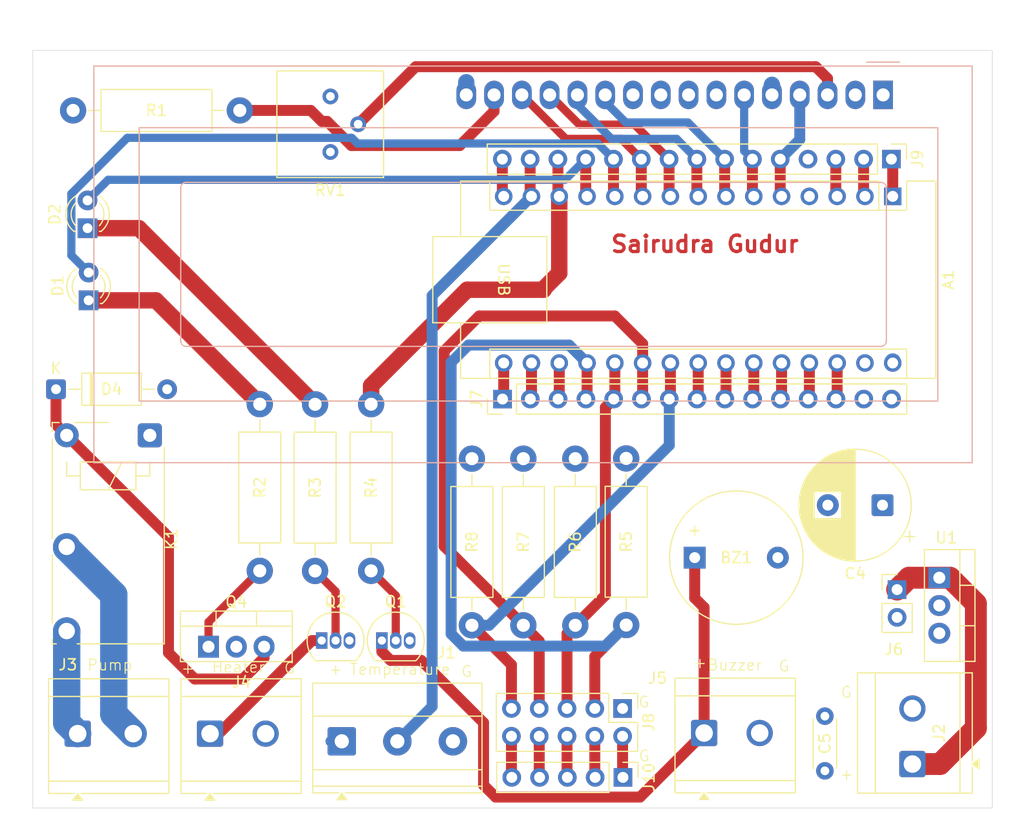
<source format=kicad_pcb>
(kicad_pcb (version 20241229) (generator "pcbnew") (generator_version "9.0")
  (layers (0 "F.Cu" signal) (4 "In1.Cu" signal) (6 "In2.Cu" signal) (2 "B.Cu" signal) (13 "F.Paste" user) (15 "B.Paste" user) (5 "F.SilkS" user "F.Silkscreen") (7 "B.SilkS" user "B.Silkscreen") (1 "F.Mask" user) (3 "B.Mask" user) (25 "Edge.Cuts" user))
  (net 0 "")
  (net 1 "D9")
  (net 2 "GND")
  (net 3 "A4")
  (net 4 "A6")
  (net 5 "A3")
  (net 6 "2")
  (net 7 "28")
  (net 8 "D6")
  (net 9 "D7")
  (net 10 "3V3")
  (net 11 "D5")
  (net 12 "D8")
  (net 13 "A0")
  (net 14 "D11")
  (net 15 "RS")
  (net 16 "A1")
  (net 17 "A2")
  (net 18 "A7")
  (net 19 "D4")
  (net 20 "D10")
  (net 21 "A5")
  (net 22 "+5Vo")
  (net 23 "EN")
  (net 24 "5V")
  (net 25 "16")
  (net 26 "3")
  (net 27 "1")
  (net 28 "15")
  (net 29 "18")
  (net 30 "Net-(BZ1-+)")
  (net 31 "Net-(D1-K)")
  (net 32 "Net-(D2-K)")
  (net 37 "Net-(DS2-VO)")
  (net 38 "Net-(DS2-LED(+))")
  (net 39 "Vinput")
  (net 40 "Net-(J3-Pin_2)")
  (net 41 "Net-(J3-Pin_1)")
  (net 42 "Net-(J4-Pin_1)")
  (net 43 "Net-(Q1-B)")
  (net 44 "Net-(Q2-B)")
  (net 45 "Net-(D4-K)")
  (net 46 "Net-(J10-Pin_5)")
  (net 47 "Net-(J10-Pin_3)")
  (net 48 "Net-(J10-Pin_2)")
  (net 49 "Net-(J10-Pin_1)")
  (net 50 "Net-(J10-Pin_4)")
  (net 51 "Net-(Q4-B)")
  (footprint "Connector_PinHeader_2.54mm:PinHeader_1x15_P2.54mm_Vertical" (layer "F.Cu") (at 123.377688 90.952848 -90)
    (property "Reference" "J9" (at 0 -2.38 90) (layer "F.SilkS"))
    (property "Value" "Conn_01x15_Pin")
    (pad "1" thru_hole rect (at 0 0 270) (size 1.7 1.7) (drill 1) (layers "*.Cu" "*.Mask") (net 27 "1"))
    (pad "2" thru_hole circle (at 0 2.54 270) (size 1.7 1.7) (drill 1) (layers "*.Cu" "*.Mask") (net 6 "2"))
    (pad "3" thru_hole circle (at 0 5.08 270) (size 1.7 1.7) (drill 1) (layers "*.Cu" "*.Mask") (net 26 "3"))
    (pad "4" thru_hole circle (at 0 7.62 270) (size 1.7 1.7) (drill 1) (layers "*.Cu" "*.Mask") (net 2 "GND"))
    (pad "5" thru_hole circle (at 0 10.16 270) (size 1.7 1.7) (drill 1) (layers "*.Cu" "*.Mask") (net 15 "RS"))
    (pad "6" thru_hole circle (at 0 12.7 270) (size 1.7 1.7) (drill 1) (layers "*.Cu" "*.Mask") (net 23 "EN"))
    (pad "7" thru_hole circle (at 0 15.24 270) (size 1.7 1.7) (drill 1) (layers "*.Cu" "*.Mask") (net 19 "D4"))
    (pad "8" thru_hole circle (at 0 17.78 270) (size 1.7 1.7) (drill 1) (layers "*.Cu" "*.Mask") (net 11 "D5"))
    (pad "9" thru_hole circle (at 0 20.32 270) (size 1.7 1.7) (drill 1) (layers "*.Cu" "*.Mask") (net 8 "D6"))
    (pad "10" thru_hole circle (at 0 22.86 270) (size 1.7 1.7) (drill 1) (layers "*.Cu" "*.Mask") (net 9 "D7"))
    (pad "11" thru_hole circle (at 0 25.4 270) (size 1.7 1.7) (drill 1) (layers "*.Cu" "*.Mask") (net 12 "D8"))
    (pad "12" thru_hole circle (at 0 27.94 270) (size 1.7 1.7) (drill 1) (layers "*.Cu" "*.Mask") (net 1 "D9"))
    (pad "13" thru_hole circle (at 0 30.48 270) (size 1.7 1.7) (drill 1) (layers "*.Cu" "*.Mask") (net 20 "D10"))
    (pad "14" thru_hole circle (at 0 33.02 270) (size 1.7 1.7) (drill 1) (layers "*.Cu" "*.Mask") (net 14 "D11"))
    (pad "15" thru_hole circle (at 0 35.56 270) (size 1.7 1.7) (drill 1) (layers "*.Cu" "*.Mask") (net 28 "15"))
  )
  (footprint "LED_THT:LED_D3.0mm_Clear" (layer "F.Cu") (at 50 103.87 90)
    (property "Reference" "D1" (at 1.34 -2.83 90) (layer "F.SilkS"))
    (property "Value" "LED" (hide yes))
    (pad "1" thru_hole rect (at 0 0 90) (size 1.8 1.8) (drill 0.9) (layers "*.Cu" "*.Mask") (net 31 "Net-(D1-K)"))
    (pad "2" thru_hole circle (at 2.54 0 90) (size 1.8 1.8) (drill 0.9) (layers "*.Cu" "*.Mask") (net 12 "D8"))
  )
  (footprint "Connector_PinHeader_2.54mm:PinHeader_1x02_P2.54mm_Vertical" (layer "F.Cu") (at 123.9 130.325)
    (property "Reference" "J6" (at -0.3 5.475 0) (layer "F.SilkS"))
    (property "Value" "5vin_Pin" (hide yes))
    (pad "1" thru_hole rect (at 0 0) (size 1.7 1.7) (drill 1) (layers "*.Cu" "*.Mask") (net 39 "Vinput"))
    (pad "2" thru_hole circle (at 0 2.54) (size 1.7 1.7) (drill 1) (layers "*.Cu" "*.Mask") (net 24 "5V"))
  )
  (footprint "Resistor_THT:R_Axial_DIN0411_L9.9mm_D3.6mm_P15.24mm_Horizontal" (layer "F.Cu") (at 63.82 86.5 180)
    (property "Reference" "R1" (at 7.62 0 0) (layer "F.SilkS"))
    (property "Value" "1000" (hide yes))
    (pad "1" thru_hole circle (at 0 0 180) (size 2.4 2.4) (drill 1.2) (layers "*.Cu" "*.Mask") (net 38 "Net-(DS2-LED(+))"))
    (pad "2" thru_hole circle (at 15.24 0 180) (size 2.4 2.4) (drill 1.2) (layers "*.Cu" "*.Mask") (net 24 "5V"))
  )
  (footprint "TerminalBlock_CUI:TerminalBlock_CUI_TB007-508-02_1x02_P5.08mm_Horizontal" (layer "F.Cu") (at 49 143.5)
    (property "Reference" "J3" (at -0.9 -6.3 0) (layer "F.SilkS"))
    (property "Value" "PUMP_01x02" (hide yes))
    (pad "1" thru_hole roundrect (at 0 0) (size 2.4 2.4) (drill 1.6) (layers "*.Cu" "*.Mask") (roundrect_rratio 0.104167) (net 41 "Net-(J3-Pin_1)"))
    (pad "2" thru_hole circle (at 5.08 0) (size 2.4 2.4) (drill 1.6) (layers "*.Cu" "*.Mask") (net 40 "Net-(J3-Pin_2)"))
  )
  (footprint "Resistor_THT:R_Axial_DIN0411_L9.9mm_D3.6mm_P15.24mm_Horizontal" (layer "F.Cu") (at 85.036431 118.348634 -90)
    (property "Reference" "R8" (at 7.62 0 90) (layer "F.SilkS"))
    (property "Value" "10K" (hide yes))
    (pad "1" thru_hole circle (at 0 0 270) (size 2.4 2.4) (drill 1.2) (layers "*.Cu" "*.Mask") (net 24 "5V"))
    (pad "2" thru_hole circle (at 15.24 0 270) (size 2.4 2.4) (drill 1.2) (layers "*.Cu" "*.Mask") (net 5 "A3"))
  )
  (footprint "Resistor_THT:R_Axial_DIN0411_L9.9mm_D3.6mm_P15.24mm_Horizontal" (layer "F.Cu") (at 65.644211 113.36536 -90)
    (property "Reference" "R2" (at 7.62 0 90) (layer "F.SilkS"))
    (property "Value" "220" (hide yes))
    (pad "1" thru_hole circle (at 0 0 270) (size 2.4 2.4) (drill 1.2) (layers "*.Cu" "*.Mask") (net 31 "Net-(D1-K)"))
    (pad "2" thru_hole circle (at 15.24 0 270) (size 2.4 2.4) (drill 1.2) (layers "*.Cu" "*.Mask") (net 51 "Net-(Q4-B)"))
  )
  (footprint "Resistor_THT:R_Axial_DIN0411_L9.9mm_D3.6mm_P15.24mm_Horizontal" (layer "F.Cu") (at 94.486431 118.348634 -90)
    (property "Reference" "R6" (at 7.62 0 90) (layer "F.SilkS"))
    (property "Value" "10K" (hide yes))
    (pad "1" thru_hole circle (at 0 0 270) (size 2.4 2.4) (drill 1.2) (layers "*.Cu" "*.Mask") (net 24 "5V"))
    (pad "2" thru_hole circle (at 15.24 0 270) (size 2.4 2.4) (drill 1.2) (layers "*.Cu" "*.Mask") (net 16 "A1"))
  )
  (footprint "Resistor_THT:R_Axial_DIN0411_L9.9mm_D3.6mm_P15.24mm_Horizontal" (layer "F.Cu") (at 75.821184 113.369845 -90)
    (property "Reference" "R4" (at 7.62 0 90) (layer "F.SilkS"))
    (property "Value" "220" (hide yes))
    (pad "1" thru_hole circle (at 0 0 270) (size 2.4 2.4) (drill 1.2) (layers "*.Cu" "*.Mask") (net 20 "D10"))
    (pad "2" thru_hole circle (at 15.24 0 270) (size 2.4 2.4) (drill 1.2) (layers "*.Cu" "*.Mask") (net 43 "Net-(Q1-B)"))
  )
  (footprint "Buzzer_Beeper:Buzzer_12x9.5RM7.6" (layer "F.Cu") (at 105.4 127.4)
    (property "Reference" "BZ1" (at 3.8 0 0) (layer "F.SilkS"))
    (property "Value" "Buzzer" (hide yes))
    (fp_text user "+" (at -0.01 -2.54 0) (layer "F.SilkS"))
    (pad "1" thru_hole rect (at 0 0) (size 2 2) (drill 1) (layers "*.Cu" "*.Mask") (net 30 "Net-(BZ1-+)"))
    (pad "2" thru_hole circle (at 7.6 0) (size 2 2) (drill 1) (layers "*.Cu" "*.Mask") (net 2 "GND"))
  )
  (footprint "Connector_PinHeader_2.54mm:PinHeader_1x05_P2.54mm_Vertical" (layer "F.Cu") (at 98.84 147.5 -90)
    (property "Reference" "J10" (at 0 -2.38 90) (layer "F.SilkS"))
    (property "Value" "Button_01x05_Pin" (hide yes))
    (pad "1" thru_hole rect (at 0 0 270) (size 1.7 1.7) (drill 1) (layers "*.Cu" "*.Mask") (net 49 "Net-(J10-Pin_1)"))
    (pad "2" thru_hole circle (at 0 2.54 270) (size 1.7 1.7) (drill 1) (layers "*.Cu" "*.Mask") (net 48 "Net-(J10-Pin_2)"))
    (pad "3" thru_hole circle (at 0 5.08 270) (size 1.7 1.7) (drill 1) (layers "*.Cu" "*.Mask") (net 47 "Net-(J10-Pin_3)"))
    (pad "4" thru_hole circle (at 0 7.62 270) (size 1.7 1.7) (drill 1) (layers "*.Cu" "*.Mask") (net 50 "Net-(J10-Pin_4)"))
    (pad "5" thru_hole circle (at 0 10.16 270) (size 1.7 1.7) (drill 1) (layers "*.Cu" "*.Mask") (net 46 "Net-(J10-Pin_5)"))
  )
  (footprint "Relay_THT:Relay_SPST_TE_PCH-1xxx2M" (layer "F.Cu") (at 55.595 116.215 -90)
    (property "Reference" "K1" (at 9.5 -2 90) (layer "F.SilkS"))
    (property "Value" "TE_PCH-1xxx2M" (hide yes))
    (pad "1" thru_hole roundrect (at 0 0 270) (size 2.2 2.2) (drill 1.2) (layers "*.Cu" "*.Mask") (roundrect_rratio 0.155) (net 2 "GND"))
    (pad "2" thru_hole circle (at 10.2 7.6 270) (size 2.5 2.5) (drill 1.5) (layers "*.Cu" "*.Mask") (net 40 "Net-(J3-Pin_2)"))
    (pad "3" thru_hole circle (at 17.9 7.6 270) (size 2.5 2.5) (drill 1.5) (layers "*.Cu" "*.Mask") (net 41 "Net-(J3-Pin_1)"))
    (pad "5" thru_hole circle (at 0 7.6 270) (size 2.2 2.2) (drill 1.2) (layers "*.Cu" "*.Mask") (net 45 "Net-(D4-K)"))
  )
  (footprint "TerminalBlock_CUI:TerminalBlock_CUI_TB007-508-02_1x02_P5.08mm_Horizontal" (layer "F.Cu") (at 125.3 146.28 90)
    (property "Reference" "J2" (at 2.84 2.44 90) (layer "F.SilkS"))
    (property "Value" "power_01x02" (hide yes))
    (pad "1" thru_hole roundrect (at 0 0 90) (size 2.4 2.4) (drill 1.6) (layers "*.Cu" "*.Mask") (roundrect_rratio 0.104167) (net 39 "Vinput"))
    (pad "2" thru_hole circle (at 5.08 0 90) (size 2.4 2.4) (drill 1.6) (layers "*.Cu" "*.Mask") (net 2 "GND"))
  )
  (footprint "Resistor_THT:R_Axial_DIN0411_L9.9mm_D3.6mm_P15.24mm_Horizontal" (layer "F.Cu") (at 70.7 113.38 -90)
    (property "Reference" "R3" (at 7.62 0 90) (layer "F.SilkS"))
    (property "Value" "220" (hide yes))
    (pad "1" thru_hole circle (at 0 0 270) (size 2.4 2.4) (drill 1.2) (layers "*.Cu" "*.Mask") (net 32 "Net-(D2-K)"))
    (pad "2" thru_hole circle (at 15.24 0 270) (size 2.4 2.4) (drill 1.2) (layers "*.Cu" "*.Mask") (net 44 "Net-(Q2-B)"))
  )
  (footprint "Module:Arduino_Nano_WithMountingHoles" (layer "F.Cu") (at 123.5 94.36 -90)
    (property "Reference" "A1" (at 7.62 -5.08 90) (layer "F.SilkS"))
    (property "Value" "Arduino_Nano_v2.x")
    (fp_text user "USB" (at 7.62 35.56 270) (layer "F.SilkS"))
    (pad "" np_thru_hole circle (at 0 -2.54 270) (size 1.78 1.78) (drill 1.78) (layers "*.Cu" "*.Mask"))
    (pad "" np_thru_hole circle (at 0 38.1 270) (size 1.78 1.78) (drill 1.78) (layers "*.Cu" "*.Mask"))
    (pad "" np_thru_hole circle (at 15.24 -2.54 270) (size 1.78 1.78) (drill 1.78) (layers "*.Cu" "*.Mask"))
    (pad "" np_thru_hole circle (at 15.24 38.1 270) (size 1.78 1.78) (drill 1.78) (layers "*.Cu" "*.Mask"))
    (pad "1" thru_hole rect (at 0 0 270) (size 1.6 1.6) (drill 1) (layers "*.Cu" "*.Mask") (net 27 "1"))
    (pad "2" thru_hole oval (at 0 2.54 270) (size 1.6 1.6) (drill 1) (layers "*.Cu" "*.Mask") (net 6 "2"))
    (pad "3" thru_hole oval (at 0 5.08 270) (size 1.6 1.6) (drill 1) (layers "*.Cu" "*.Mask") (net 26 "3"))
    (pad "4" thru_hole oval (at 0 7.62 270) (size 1.6 1.6) (drill 1) (layers "*.Cu" "*.Mask") (net 2 "GND"))
    (pad "5" thru_hole oval (at 0 10.16 270) (size 1.6 1.6) (drill 1) (layers "*.Cu" "*.Mask") (net 15 "RS"))
    (pad "6" thru_hole oval (at 0 12.7 270) (size 1.6 1.6) (drill 1) (layers "*.Cu" "*.Mask") (net 23 "EN"))
    (pad "7" thru_hole oval (at 0 15.24 270) (size 1.6 1.6) (drill 1) (layers "*.Cu" "*.Mask") (net 19 "D4"))
    (pad "8" thru_hole oval (at 0 17.78 270) (size 1.6 1.6) (drill 1) (layers "*.Cu" "*.Mask") (net 11 "D5"))
    (pad "9" thru_hole oval (at 0 20.32 270) (size 1.6 1.6) (drill 1) (layers "*.Cu" "*.Mask") (net 8 "D6"))
    (pad "10" thru_hole oval (at 0 22.86 270) (size 1.6 1.6) (drill 1) (layers "*.Cu" "*.Mask") (net 9 "D7"))
    (pad "11" thru_hole oval (at 0 25.4 270) (size 1.6 1.6) (drill 1) (layers "*.Cu" "*.Mask") (net 12 "D8"))
    (pad "12" thru_hole oval (at 0 27.94 270) (size 1.6 1.6) (drill 1) (layers "*.Cu" "*.Mask") (net 1 "D9"))
    (pad "13" thru_hole oval (at 0 30.48 270) (size 1.6 1.6) (drill 1) (layers "*.Cu" "*.Mask") (net 20 "D10"))
    (pad "14" thru_hole oval (at 0 33.02 270) (size 1.6 1.6) (drill 1) (layers "*.Cu" "*.Mask") (net 14 "D11"))
    (pad "15" thru_hole oval (at 0 35.56 270) (size 1.6 1.6) (drill 1) (layers "*.Cu" "*.Mask") (net 28 "15"))
    (pad "16" thru_hole oval (at 15.24 35.56 270) (size 1.6 1.6) (drill 1) (layers "*.Cu" "*.Mask") (net 25 "16"))
    (pad "17" thru_hole oval (at 15.24 33.02 270) (size 1.6 1.6) (drill 1) (layers "*.Cu" "*.Mask") (net 10 "3V3"))
    (pad "18" thru_hole oval (at 15.24 30.48 270) (size 1.6 1.6) (drill 1) (layers "*.Cu" "*.Mask") (net 29 "18"))
    (pad "19" thru_hole oval (at 15.24 27.94 270) (size 1.6 1.6) (drill 1) (layers "*.Cu" "*.Mask") (net 13 "A0"))
    (pad "20" thru_hole oval (at 15.24 25.4 270) (size 1.6 1.6) (drill 1) (layers "*.Cu" "*.Mask") (net 16 "A1"))
    (pad "21" thru_hole oval (at 15.24 22.86 270) (size 1.6 1.6) (drill 1) (layers "*.Cu" "*.Mask") (net 17 "A2"))
    (pad "22" thru_hole oval (at 15.24 20.32 270) (size 1.6 1.6) (drill 1) (layers "*.Cu" "*.Mask") (net 5 "A3"))
    (pad "23" thru_hole oval (at 15.24 17.78 270) (size 1.6 1.6) (drill 1) (layers "*.Cu" "*.Mask") (net 3 "A4"))
    (pad "24" thru_hole oval (at 15.24 15.24 270) (size 1.6 1.6) (drill 1) (layers "*.Cu" "*.Mask") (net 21 "A5"))
    (pad "25" thru_hole oval (at 15.24 12.7 270) (size 1.6 1.6) (drill 1) (layers "*.Cu" "*.Mask") (net 4 "A6"))
    (pad "26" thru_hole oval (at 15.24 10.16 270) (size 1.6 1.6) (drill 1) (layers "*.Cu" "*.Mask") (net 18 "A7"))
    (pad "27" thru_hole oval (at 15.24 7.62 270) (size 1.6 1.6) (drill 1) (layers "*.Cu" "*.Mask") (net 22 "+5Vo"))
    (pad "28" thru_hole oval (at 15.24 5.08 270) (size 1.6 1.6) (drill 1) (layers "*.Cu" "*.Mask") (net 7 "28"))
    (pad "29" thru_hole oval (at 15.24 2.54 270) (size 1.6 1.6) (drill 1) (layers "*.Cu" "*.Mask") (net 2 "GND"))
    (pad "30" thru_hole oval (at 15.24 0 270) (size 1.6 1.6) (drill 1) (layers "*.Cu" "*.Mask") (net 24 "5V"))
  )
  (footprint "TerminalBlock_CUI:TerminalBlock_CUI_TB007-508-02_1x02_P5.08mm_Horizontal" (layer "F.Cu") (at 106.26 143.4425)
    (property "Reference" "J5" (at -4.26 -5.02 0) (layer "F.SilkS"))
    (property "Value" "Buzzer_01x02" (hide yes))
    (pad "1" thru_hole roundrect (at 0 0) (size 2.4 2.4) (drill 1.6) (layers "*.Cu" "*.Mask") (roundrect_rratio 0.104167) (net 30 "Net-(BZ1-+)"))
    (pad "2" thru_hole circle (at 5.08 0) (size 2.4 2.4) (drill 1.6) (layers "*.Cu" "*.Mask") (net 2 "GND"))
  )
  (footprint "Resistor_THT:R_Axial_DIN0411_L9.9mm_D3.6mm_P15.24mm_Horizontal" (layer "F.Cu") (at 99.136431 118.328634 -90)
    (property "Reference" "R5" (at 7.62 0 90) (layer "F.SilkS"))
    (property "Value" "10K" (hide yes))
    (pad "1" thru_hole circle (at 0 0 270) (size 2.4 2.4) (drill 1.2) (layers "*.Cu" "*.Mask") (net 24 "5V"))
    (pad "2" thru_hole circle (at 15.24 0 270) (size 2.4 2.4) (drill 1.2) (layers "*.Cu" "*.Mask") (net 13 "A0"))
  )
  (footprint "Connector_PinHeader_2.54mm:PinHeader_1x15_P2.54mm_Vertical" (layer "F.Cu") (at 87.834526 112.898151 90)
    (property "Reference" "J7" (at 0 -2.38 90) (layer "F.SilkS"))
    (property "Value" "Conn_01x15_Pin")
    (pad "1" thru_hole rect (at 0 0 90) (size 1.7 1.7) (drill 1) (layers "*.Cu" "*.Mask") (net 25 "16"))
    (pad "2" thru_hole circle (at 0 2.54 90) (size 1.7 1.7) (drill 1) (layers "*.Cu" "*.Mask") (net 10 "3V3"))
    (pad "3" thru_hole circle (at 0 5.08 90) (size 1.7 1.7) (drill 1) (layers "*.Cu" "*.Mask") (net 29 "18"))
    (pad "4" thru_hole circle (at 0 7.62 90) (size 1.7 1.7) (drill 1) (layers "*.Cu" "*.Mask") (net 13 "A0"))
    (pad "5" thru_hole circle (at 0 10.16 90) (size 1.7 1.7) (drill 1) (layers "*.Cu" "*.Mask") (net 16 "A1"))
    (pad "6" thru_hole circle (at 0 12.7 90) (size 1.7 1.7) (drill 1) (layers "*.Cu" "*.Mask") (net 17 "A2"))
    (pad "7" thru_hole circle (at 0 15.24 90) (size 1.7 1.7) (drill 1) (layers "*.Cu" "*.Mask") (net 5 "A3"))
    (pad "8" thru_hole circle (at 0 17.78 90) (size 1.7 1.7) (drill 1) (layers "*.Cu" "*.Mask") (net 3 "A4"))
    (pad "9" thru_hole circle (at 0 20.32 90) (size 1.7 1.7) (drill 1) (layers "*.Cu" "*.Mask") (net 21 "A5"))
    (pad "10" thru_hole circle (at 0 22.86 90) (size 1.7 1.7) (drill 1) (layers "*.Cu" "*.Mask") (net 4 "A6"))
    (pad "11" thru_hole circle (at 0 25.4 90) (size 1.7 1.7) (drill 1) (layers "*.Cu" "*.Mask") (net 18 "A7"))
    (pad "12" thru_hole circle (at 0 27.94 90) (size 1.7 1.7) (drill 1) (layers "*.Cu" "*.Mask") (net 22 "+5Vo"))
    (pad "13" thru_hole circle (at 0 30.48 90) (size 1.7 1.7) (drill 1) (layers "*.Cu" "*.Mask") (net 7 "28"))
    (pad "14" thru_hole circle (at 0 33.02 90) (size 1.7 1.7) (drill 1) (layers "*.Cu" "*.Mask") (net 2 "GND"))
    (pad "15" thru_hole circle (at 0 35.56 90) (size 1.7 1.7) (drill 1) (layers "*.Cu" "*.Mask") (net 24 "5V"))
  )
  (footprint "Resistor_THT:R_Axial_DIN0411_L9.9mm_D3.6mm_P15.24mm_Horizontal" (layer "F.Cu") (at 89.736431 118.348634 -90)
    (property "Reference" "R7" (at 7.62 0 90) (layer "F.SilkS"))
    (property "Value" "10K" (hide yes))
    (pad "1" thru_hole circle (at 0 0 270) (size 2.4 2.4) (drill 1.2) (layers "*.Cu" "*.Mask") (net 24 "5V"))
    (pad "2" thru_hole circle (at 15.24 0 270) (size 2.4 2.4) (drill 1.2) (layers "*.Cu" "*.Mask") (net 17 "A2"))
  )
  (footprint "TerminalBlock_Phoenix:TerminalBlock_Phoenix_MKDS-1,5-3-5.08_1x03_P5.08mm_Horizontal" (layer "F.Cu") (at 73.14 144.2)
    (property "Reference" "J1" (at 9.56 -8.1 0) (layer "F.SilkS"))
    (property "Value" "Temperature_01x03" (hide yes))
    (pad "1" thru_hole roundrect (at 0 0) (size 2.6 2.6) (drill 1.3) (layers "*.Cu" "*.Mask") (roundrect_rratio 0.096154) (net 24 "5V"))
    (pad "2" thru_hole circle (at 5.08 0) (size 2.6 2.6) (drill 1.3) (layers "*.Cu" "*.Mask") (net 14 "D11"))
    (pad "3" thru_hole circle (at 10.16 0) (size 2.6 2.6) (drill 1.3) (layers "*.Cu" "*.Mask") (net 2 "GND"))
  )
  (footprint "LED_THT:LED_D3.0mm_Clear" (layer "F.Cu") (at 49.9 97.27 90)
    (property "Reference" "D2" (at 1.27 -3 90) (layer "F.SilkS"))
    (property "Value" "LED" (hide yes))
    (pad "1" thru_hole rect (at 0 0 90) (size 1.8 1.8) (drill 0.9) (layers "*.Cu" "*.Mask") (net 32 "Net-(D2-K)"))
    (pad "2" thru_hole circle (at 2.54 0 90) (size 1.8 1.8) (drill 0.9) (layers "*.Cu" "*.Mask") (net 1 "D9"))
  )
  (footprint "Diode_THT:D_A-405_P10.16mm_Horizontal" (layer "F.Cu") (at 47.02 112)
    (property "Reference" "D4" (at 5.08 0 0) (layer "F.SilkS"))
    (property "Value" "1N4148WT" (hide yes))
    (fp_text user "K" (at 0 -1.9 0) (layer "F.SilkS"))
    (pad "1" thru_hole roundrect (at 0 0) (size 1.8 1.8) (drill 0.9) (layers "*.Cu" "*.Mask") (roundrect_rratio 0.138889) (net 45 "Net-(D4-K)"))
    (pad "2" thru_hole circle (at 10.16 0) (size 1.8 1.8) (drill 0.9) (layers "*.Cu" "*.Mask") (net 2 "GND"))
  )
  (footprint "Connector_PinHeader_2.54mm:PinHeader_2x05_P2.54mm_Vertical" (layer "F.Cu") (at 98.80846 141.197884 -90)
    (property "Reference" "J8" (at 1.27 -2.38 90) (layer "F.SilkS"))
    (property "Value" "Conn_02x05_Odd_Even" (hide yes))
    (pad "1" thru_hole rect (at 0 0 270) (size 1.7 1.7) (drill 1) (layers "*.Cu" "*.Mask") (net 2 "GND"))
    (pad "2" thru_hole circle (at 2.54 0 270) (size 1.7 1.7) (drill 1) (layers "*.Cu" "*.Mask") (net 49 "Net-(J10-Pin_1)"))
    (pad "3" thru_hole circle (at 0 2.54 270) (size 1.7 1.7) (drill 1) (layers "*.Cu" "*.Mask") (net 13 "A0"))
    (pad "4" thru_hole circle (at 2.54 2.54 270) (size 1.7 1.7) (drill 1) (layers "*.Cu" "*.Mask") (net 48 "Net-(J10-Pin_2)"))
    (pad "5" thru_hole circle (at 0 5.08 270) (size 1.7 1.7) (drill 1) (layers "*.Cu" "*.Mask") (net 16 "A1"))
    (pad "6" thru_hole circle (at 2.54 5.08 270) (size 1.7 1.7) (drill 1) (layers "*.Cu" "*.Mask") (net 47 "Net-(J10-Pin_3)"))
    (pad "7" thru_hole circle (at 0 7.62 270) (size 1.7 1.7) (drill 1) (layers "*.Cu" "*.Mask") (net 17 "A2"))
    (pad "8" thru_hole circle (at 2.54 7.62 270) (size 1.7 1.7) (drill 1) (layers "*.Cu" "*.Mask") (net 50 "Net-(J10-Pin_4)"))
    (pad "9" thru_hole circle (at 0 10.16 270) (size 1.7 1.7) (drill 1) (layers "*.Cu" "*.Mask") (net 5 "A3"))
    (pad "10" thru_hole circle (at 2.54 10.16 270) (size 1.7 1.7) (drill 1) (layers "*.Cu" "*.Mask") (net 46 "Net-(J10-Pin_5)"))
  )
  (footprint "Package_TO_SOT_THT:TO-92_Inline" (layer "F.Cu") (at 71.304211 134.98536)
    (property "Reference" "Q2" (at 1.27 -3.56 0) (layer "F.SilkS"))
    (property "Value" "2N3904" (hide yes))
    (pad "1" thru_hole rect (at 0 0) (size 1.05 1.5) (drill 0.75) (layers "*.Cu" "*.Mask") (net 42 "Net-(J4-Pin_1)"))
    (pad "2" thru_hole oval (at 1.27 0) (size 1.05 1.5) (drill 0.75) (layers "*.Cu" "*.Mask") (net 44 "Net-(Q2-B)"))
    (pad "3" thru_hole oval (at 2.54 0) (size 1.05 1.5) (drill 0.75) (layers "*.Cu" "*.Mask") (net 24 "5V"))
  )
  (footprint "Package_TO_SOT_THT:TO-220-3_Vertical" (layer "F.Cu") (at 127.7575 129.24 -90)
    (property "Reference" "U1" (at -3.66 -0.65 0) (layer "F.SilkS"))
    (property "Value" "LM7805_TO220" (hide yes))
    (pad "1" thru_hole rect (at 0 0 270) (size 1.905 2) (drill 1.1) (layers "*.Cu" "*.Mask") (net 39 "Vinput"))
    (pad "2" thru_hole oval (at 2.54 0 270) (size 1.905 2) (drill 1.1) (layers "*.Cu" "*.Mask") (net 2 "GND"))
    (pad "3" thru_hole oval (at 5.08 0 270) (size 1.905 2) (drill 1.1) (layers "*.Cu" "*.Mask") (net 24 "5V"))
  )
  (footprint "TerminalBlock_CUI:TerminalBlock_CUI_TB007-508-02_1x02_P5.08mm_Horizontal" (layer "F.Cu") (at 61.1 143.5)
    (property "Reference" "J4" (at 2.884211 -4.71464 0) (layer "F.SilkS"))
    (property "Value" "Heater_01x02" (hide yes))
    (pad "1" thru_hole roundrect (at 0 0) (size 2.4 2.4) (drill 1.6) (layers "*.Cu" "*.Mask") (roundrect_rratio 0.104167) (net 42 "Net-(J4-Pin_1)"))
    (pad "2" thru_hole circle (at 5.08 0) (size 2.4 2.4) (drill 1.6) (layers "*.Cu" "*.Mask") (net 2 "GND"))
  )
  (footprint "Capacitor_THT:C_Disc_D4.3mm_W1.9mm_P5.00mm" (layer "F.Cu") (at 117.3 146.9 90)
    (property "Reference" "C5" (at 2.5 0 90) (layer "F.SilkS"))
    (property "Value" "0.1uf" (hide yes))
    (pad "1" thru_hole circle (at 0 0 90) (size 1.6 1.6) (drill 0.8) (layers "*.Cu" "*.Mask") (net 24 "5V"))
    (pad "2" thru_hole circle (at 5 0 90) (size 1.6 1.6) (drill 0.8) (layers "*.Cu" "*.Mask") (net 2 "GND"))
  )
  (footprint "Potentiometer_THT:Potentiometer_Bourns_3386P_Vertical" (layer "F.Cu") (at 72.1 90.3)
    (property "Reference" "RV1" (at -0.015 3.5 0) (layer "F.SilkS"))
    (property "Value" "R_Potentiometer")
    (pad "1" thru_hole circle (at 0 0) (size 1.44 1.44) (drill 0.8) (layers "*.Cu" "*.Mask") (net 24 "5V"))
    (pad "2" thru_hole circle (at 2.54 -2.54) (size 1.44 1.44) (drill 0.8) (layers "*.Cu" "*.Mask") (net 37 "Net-(DS2-VO)"))
    (pad "3" thru_hole circle (at 0 -5.08) (size 1.44 1.44) (drill 0.8) (layers "*.Cu" "*.Mask") (net 2 "GND"))
  )
  (footprint "Capacitor_THT:CP_Radial_D10.0mm_P5.00mm" (layer "F.Cu") (at 122.567677 122.6 180)
    (property "Reference" "C4" (at 2.5 -6.25 0) (layer "F.SilkS"))
    (property "Value" "10uf" (hide yes))
    (pad "1" thru_hole roundrect (at 0 0 180) (size 2 2) (drill 1) (layers "*.Cu" "*.Mask") (roundrect_rratio 0.125) (net 24 "5V"))
    (pad "2" thru_hole circle (at 5 0 180) (size 2 2) (drill 1) (layers "*.Cu" "*.Mask") (net 2 "GND"))
  )
  (footprint "Package_TO_SOT_THT:TO-220-3_Vertical" (layer "F.Cu") (at 60.96 135.55)
    (property "Reference" "Q4" (at 2.54 -4.1 0) (layer "F.SilkS"))
    (property "Value" "TIP120" (hide yes))
    (pad "1" thru_hole rect (at 0 0) (size 1.905 2) (drill 1.1) (layers "*.Cu" "*.Mask") (net 51 "Net-(Q4-B)"))
    (pad "2" thru_hole oval (at 2.54 0) (size 1.905 2) (drill 1.1) (layers "*.Cu" "*.Mask") (net 24 "5V"))
    (pad "3" thru_hole oval (at 5.08 0) (size 1.905 2) (drill 1.1) (layers "*.Cu" "*.Mask") (net 45 "Net-(D4-K)"))
  )
  (footprint "Package_TO_SOT_THT:TO-92_Inline" (layer "F.Cu") (at 76.804211 134.98536)
    (property "Reference" "Q1" (at 1.27 -3.56 0) (layer "F.SilkS"))
    (property "Value" "2N3904" (hide yes))
    (pad "1" thru_hole rect (at 0 0) (size 1.05 1.5) (drill 0.75) (layers "*.Cu" "*.Mask") (net 30 "Net-(BZ1-+)"))
    (pad "2" thru_hole oval (at 1.27 0) (size 1.05 1.5) (drill 0.75) (layers "*.Cu" "*.Mask") (net 43 "Net-(Q1-B)"))
    (pad "3" thru_hole oval (at 2.54 0) (size 1.05 1.5) (drill 0.75) (layers "*.Cu" "*.Mask") (net 24 "5V"))
  )
  (footprint "Display:WC1602A" (layer "B.Cu") (at 122.62 85.08 180)
    (property "Reference" "DS2" (hide yes))
    (property "Value" "WC1602A" (hide yes))
    (pad "1" thru_hole rect (at 0 0 180) (size 1.8 2.6) (drill 1.2) (layers "*.Cu" "*.Mask") (net 2 "GND"))
    (pad "2" thru_hole oval (at 2.54 0 180) (size 1.8 2.6) (drill 1.2) (layers "*.Cu" "*.Mask") (net 24 "5V"))
    (pad "3" thru_hole oval (at 5.08 0 180) (size 1.8 2.6) (drill 1.2) (layers "*.Cu" "*.Mask") (net 37 "Net-(DS2-VO)"))
    (pad "4" thru_hole oval (at 7.62 0 180) (size 1.8 2.6) (drill 1.2) (layers "*.Cu" "*.Mask") (net 15 "RS"))
    (pad "5" thru_hole oval (at 10.16 0 180) (size 1.8 2.6) (drill 1.2) (layers "*.Cu" "*.Mask") (net 2 "GND"))
    (pad "6" thru_hole oval (at 12.7 0 180) (size 1.8 2.6) (drill 1.2) (layers "*.Cu" "*.Mask") (net 23 "EN"))
    (pad "7" thru_hole oval (at 15.24 0 180) (size 1.8 2.6) (drill 1.2) (layers "*.Cu" "*.Mask"))
    (pad "8" thru_hole oval (at 17.78 0 180) (size 1.8 2.6) (drill 1.2) (layers "*.Cu" "*.Mask"))
    (pad "9" thru_hole oval (at 20.32 0 180) (size 1.8 2.6) (drill 1.2) (layers "*.Cu" "*.Mask"))
    (pad "10" thru_hole oval (at 22.86 0 180) (size 1.8 2.6) (drill 1.2) (layers "*.Cu" "*.Mask"))
    (pad "11" thru_hole oval (at 25.4 0 180) (size 1.8 2.6) (drill 1.2) (layers "*.Cu" "*.Mask") (net 19 "D4"))
    (pad "12" thru_hole oval (at 27.94 0 180) (size 1.8 2.6) (drill 1.2) (layers "*.Cu" "*.Mask") (net 11 "D5"))
    (pad "13" thru_hole oval (at 30.48 0 180) (size 1.8 2.6) (drill 1.2) (layers "*.Cu" "*.Mask") (net 8 "D6"))
    (pad "14" thru_hole oval (at 33.02 0 180) (size 1.8 2.6) (drill 1.2) (layers "*.Cu" "*.Mask") (net 9 "D7"))
    (pad "15" thru_hole oval (at 35.56 0 180) (size 1.8 2.6) (drill 1.2) (layers "*.Cu" "*.Mask") (net 38 "Net-(DS2-LED(+))"))
    (pad "16" thru_hole oval (at 38.1 0 180) (size 1.8 2.6) (drill 1.2) (layers "*.Cu" "*.Mask") (net 2 "GND"))
  )
  (gr_rect (start 44.9 81) (end 132.6 150.3) (stroke (width 0.05)) (fill no) (layer "Edge.Cuts"))
  (gr_text "Sairudra Gudur" (at 97.6 99.6 0) (layer "F.Cu") (effects (font (size 1.5 1.5) (thickness 0.3) (bold yes)) (justify left bottom)))
  (gr_text "Pump" (at 49.8 137.8 0) (layer "F.SilkS") (effects (font (size 1 1) (thickness 0.1)) (justify left bottom)))
  (gr_text "+" (at 58.39 138.1 0) (layer "F.SilkS") (effects (font (size 1 1) (thickness 0.1)) (justify left bottom)))
  (gr_text "G" (at 67.8 138.1 0) (layer "F.SilkS") (effects (font (size 1 1) (thickness 0.1)) (justify left bottom)))
  (gr_text "+" (at 118.6 147.8 0) (layer "F.SilkS") (effects (font (size 1 1) (thickness 0.1)) (justify left bottom)))
  (gr_text "G" (at 100.18846 141.197884 0) (layer "F.SilkS") (effects (font (size 1 1) (thickness 0.1)) (justify left bottom)))
  (gr_text "+" (at 71.9 138.2 0) (layer "F.SilkS") (effects (font (size 1 1) (thickness 0.1)) (justify left bottom)))
  (gr_text "G" (at 100.22 146.12 0) (layer "F.SilkS") (effects (font (size 1 1) (thickness 0.1)) (justify left bottom)))
  (gr_text "Buzzer" (at 106.5 137.8 0) (layer "F.SilkS") (effects (font (size 1 1) (thickness 0.1)) (justify left bottom)))
  (gr_text "G" (at 113 137.9 0) (layer "F.SilkS") (effects (font (size 1 1) (thickness 0.1)) (justify left bottom)))
  (gr_text "G" (at 84 138.4 0) (layer "F.SilkS") (effects (font (size 1 1) (thickness 0.1)) (justify left bottom)))
  (gr_text "G" (at 118.7 140.3 0) (layer "F.SilkS") (effects (font (size 1 1) (thickness 0.1)) (justify left bottom)))
  (gr_text "Temperature" (at 73.8 138.2 0) (layer "F.SilkS") (effects (font (size 1 1) (thickness 0.1)) (justify left bottom)))
  (gr_text "Heater" (at 61.2 138 0) (layer "F.SilkS") (effects (font (size 1 1) (thickness 0.1)) (justify left bottom)))
  (gr_text "+" (at 105.2 137.6 0) (layer "F.SilkS") (effects (font (size 1 1) (thickness 0.1)) (justify left bottom)))
  (segment (start 95.437688 94.237688) (end 95.56 94.36) (width 1) (layer "F.Cu") (net 1))
  (segment (start 95.437688 90.952848) (end 95.437688 94.237688) (width 1) (layer "F.Cu") (net 1))
  (segment (start 51.786 92.844) (end 93.546536 92.844) (width 0.75) (layer "B.Cu") (net 1))
  (segment (start 49.9 94.73) (end 51.786 92.844) (width 0.75) (layer "B.Cu") (net 1))
  (segment (start 93.546536 92.844) (end 95.437688 90.952848) (width 0.75) (layer "B.Cu") (net 1))
  (segment (start 120.96 112.792677) (end 120.854526 112.898151) (width 1) (layer "F.Cu") (net 2))
  (segment (start 115.757688 90.945849) (end 115.757688 90.952848) (width 1.5) (layer "F.Cu") (net 2))
  (segment (start 122.62 85.08) (end 122.62 85.557709) (width 1.5) (layer "F.Cu") (net 2))
  (segment (start 115.757688 94.237688) (end 115.88 94.36) (width 1) (layer "F.Cu") (net 2))
  (segment (start 120.854526 109.705474) (end 120.96 109.6) (width 1) (layer "F.Cu") (net 2))
  (segment (start 112.46 85.08) (end 112.46 84.16) (width 1.5) (layer "B.Cu") (net 2))
  (segment (start 115.88 91.07516) (end 115.757688 90.952848) (width 1) (layer "B.Cu") (net 2))
  (segment (start 122.62 85.08) (end 122.62 84.602291) (width 1.5) (layer "B.Cu") (net 2))
  (segment (start 122.62 85.557709) (end 122.62 85.08) (width 1.5) (layer "B.Cu") (net 2))
  (segment (start 84.52 85.08) (end 84.52 83.92) (width 1.5) (layer "B.Cu") (net 2))
  (segment (start 115.757688 90.952848) (end 115.757688 90.945849) (width 1.5) (layer "B.Cu") (net 2))
  (segment (start 105.72 109.6) (end 105.72 112.792677) (width 1) (layer "F.Cu") (net 3))
  (segment (start 105.72 112.792677) (end 105.614526 112.898151) (width 1) (layer "F.Cu") (net 3))
  (segment (start 110.8 109.6) (end 110.8 112.792677) (width 1) (layer "F.Cu") (net 4))
  (segment (start 110.8 112.792677) (end 110.694526 112.898151) (width 1) (layer "F.Cu") (net 4))
  (segment (start 88.64846 137.200663) (end 85.036431 133.588634) (width 1) (layer "F.Cu") (net 5))
  (segment (start 88.64846 141.197884) (end 88.64846 137.200663) (width 1) (layer "F.Cu") (net 5))
  (segment (start 103.18 109.6) (end 103.18 112.792677) (width 1) (layer "F.Cu") (net 5))
  (segment (start 103.18 112.792677) (end 103.074526 112.898151) (width 1) (layer "F.Cu") (net 5))
  (segment (start 86.611366 133.588634) (end 103.074526 117.125474) (width 1) (layer "B.Cu") (net 5))
  (segment (start 103.074526 117.125474) (end 103.074526 112.898151) (width 1) (layer "B.Cu") (net 5))
  (segment (start 85.036431 133.588634) (end 86.611366 133.588634) (width 1) (layer "B.Cu") (net 5))
  (segment (start 120.837688 90.952848) (end 120.837688 94.237688) (width 1) (layer "F.Cu") (net 6))
  (segment (start 120.837688 94.237688) (end 120.96 94.36) (width 1) (layer "F.Cu") (net 6))
  (segment (start 118.42 109.6) (end 118.42 112.792677) (width 1) (layer "F.Cu") (net 7))
  (segment (start 118.42 112.792677) (end 118.314526 112.898151) (width 1) (layer "F.Cu") (net 7))
  (segment (start 99.90484 87.8) (end 103.057688 90.952848) (width 0.75) (layer "F.Cu") (net 8))
  (segment (start 94.86 87.8) (end 99.90484 87.8) (width 0.75) (layer "F.Cu") (net 8))
  (segment (start 103.057688 94.237688) (end 103.18 94.36) (width 1) (layer "F.Cu") (net 8))
  (segment (start 103.057688 90.952848) (end 103.057688 94.237688) (width 1) (layer "F.Cu") (net 8))
  (segment (start 92.14 85.08) (end 94.86 87.8) (width 0.75) (layer "F.Cu") (net 8))
  (segment (start 98.66484 89.1) (end 100.517688 90.952848) (width 0.75) (layer "F.Cu") (net 9))
  (segment (start 93.62 89.1) (end 98.66484 89.1) (width 0.75) (layer "F.Cu") (net 9))
  (segment (start 89.6 85.08) (end 93.62 89.1) (width 0.75) (layer "F.Cu") (net 9))
  (segment (start 100.517688 94.237688) (end 100.64 94.36) (width 1) (layer "F.Cu") (net 9))
  (segment (start 100.517688 90.952848) (end 100.517688 94.237688) (width 1) (layer "F.Cu") (net 9))
  (segment (start 90.48 112.792677) (end 90.374526 112.898151) (width 1) (layer "F.Cu") (net 10))
  (segment (start 90.48 109.6) (end 90.48 112.792677) (width 1) (layer "F.Cu") (net 10))
  (segment (start 105.597688 90.952848) (end 105.597688 94.237688) (width 1) (layer "F.Cu") (net 11))
  (segment (start 105.597688 94.237688) (end 105.72 94.36) (width 1) (layer "F.Cu") (net 11))
  (segment (start 97.8 89.1) (end 103.74484 89.1) (width 0.75) (layer "B.Cu") (net 11))
  (segment (start 94.68 85.98) (end 97.8 89.1) (width 0.75) (layer "B.Cu") (net 11))
  (segment (start 94.68 85.08) (end 94.68 85.98) (width 0.75) (layer "B.Cu") (net 11))
  (segment (start 103.74484 89.1) (end 105.597688 90.952848) (width 0.75) (layer "B.Cu") (net 11))
  (segment (start 97.977688 90.952848) (end 97.977688 94.237688) (width 1) (layer "F.Cu") (net 12))
  (segment (start 97.977688 94.237688) (end 98.1 94.36) (width 1) (layer "F.Cu") (net 12))
  (segment (start 96.547299 89.522459) (end 97.977688 90.952848) (width 0.75) (layer "B.Cu") (net 12))
  (segment (start 53.53862 89.004) (end 74.051179 89.004) (width 0.75) (layer "B.Cu") (net 12))
  (segment (start 48.424 99.754) (end 48.424 94.11862) (width 0.75) (layer "B.Cu") (net 12))
  (segment (start 50 101.33) (end 48.424 99.754) (width 0.75) (layer "B.Cu") (net 12))
  (segment (start 48.424 94.11862) (end 53.53862 89.004) (width 0.75) (layer "B.Cu") (net 12))
  (segment (start 74.051179 89.004) (end 74.569638 89.522459) (width 0.75) (layer "B.Cu") (net 12))
  (segment (start 74.569638 89.522459) (end 96.547299 89.522459) (width 0.75) (layer "B.Cu") (net 12))
  (segment (start 95.56 109.6) (end 95.56 112.792677) (width 1) (layer "F.Cu") (net 13))
  (segment (start 96.26846 136.436605) (end 99.136431 133.568634) (width 1) (layer "F.Cu") (net 13))
  (segment (start 95.56 112.792677) (end 95.454526 112.898151) (width 1) (layer "F.Cu") (net 13))
  (segment (start 96.26846 141.197884) (end 96.26846 136.436605) (width 1) (layer "F.Cu") (net 13))
  (segment (start 99.136431 133.568634) (end 97.215431 135.489634) (width 1) (layer "B.Cu") (net 13))
  (segment (start 83.135431 109.543845) (end 84.720276 107.959) (width 1) (layer "B.Cu") (net 13))
  (segment (start 84.720276 107.959) (end 93.919 107.959) (width 1) (layer "B.Cu") (net 13))
  (segment (start 97.215431 135.489634) (end 84.249011 135.489634) (width 1) (layer "B.Cu") (net 13))
  (segment (start 83.135431 134.376054) (end 83.135431 109.543845) (width 1) (layer "B.Cu") (net 13))
  (segment (start 93.919 107.959) (end 95.56 109.6) (width 1) (layer "B.Cu") (net 13))
  (segment (start 84.249011 135.489634) (end 83.135431 134.376054) (width 1) (layer "B.Cu") (net 13))
  (segment (start 90.357688 94.237688) (end 90.48 94.36) (width 1) (layer "F.Cu") (net 14))
  (segment (start 90.357688 90.952848) (end 90.357688 94.237688) (width 1) (layer "F.Cu") (net 14))
  (segment (start 81.4 103.44) (end 81.4 141.02) (width 1) (layer "B.Cu") (net 14))
  (segment (start 81.4 141.02) (end 78.22 144.2) (width 1) (layer "B.Cu") (net 14))
  (segment (start 90.48 94.36) (end 81.4 103.44) (width 1) (layer "B.Cu") (net 14))
  (segment (start 113.217688 90.952848) (end 113.217688 94.237688) (width 1) (layer "F.Cu") (net 15))
  (segment (start 113.217688 94.237688) (end 113.34 94.36) (width 1) (layer "F.Cu") (net 15))
  (segment (start 115 89.170536) (end 115 85.08) (width 1) (layer "B.Cu") (net 15))
  (segment (start 113.217688 90.952848) (end 115 89.170536) (width 1) (layer "B.Cu") (net 15))
  (segment (start 93.72846 141.197884) (end 93.72846 134.346605) (width 1) (layer "F.Cu") (net 16))
  (segment (start 98.1 112.792677) (end 97.994526 112.898151) (width 1) (layer "F.Cu") (net 16))
  (segment (start 98.1 109.6) (end 98.1 112.792677) (width 1) (layer "F.Cu") (net 16))
  (segment (start 97.235431 130.839634) (end 97.235431 113.657246) (width 1) (layer "F.Cu") (net 16))
  (segment (start 97.235431 113.657246) (end 97.994526 112.898151) (width 1) (layer "F.Cu") (net 16))
  (segment (start 93.72846 134.346605) (end 94.486431 133.588634) (width 1) (layer "F.Cu") (net 16))
  (segment (start 94.486431 133.588634) (end 97.235431 130.839634) (width 1) (layer "F.Cu") (net 16))
  (segment (start 100.64 109.6) (end 100.64 112.792677) (width 1) (layer "F.Cu") (net 17))
  (segment (start 82.5 126.352203) (end 82.5 108.5) (width 1) (layer "F.Cu") (net 17))
  (segment (start 98.1 105.3) (end 100.64 107.84) (width 1) (layer "F.Cu") (net 17))
  (segment (start 91.18846 141.197884) (end 91.18846 135.040663) (width 1) (layer "F.Cu") (net 17))
  (segment (start 85.7 105.3) (end 98.1 105.3) (width 1) (layer "F.Cu") (net 17))
  (segment (start 89.736431 133.588634) (end 82.5 126.352203) (width 1) (layer "F.Cu") (net 17))
  (segment (start 91.18846 135.040663) (end 89.736431 133.588634) (width 1) (layer "F.Cu") (net 17))
  (segment (start 100.64 107.84) (end 100.64 109.6) (width 1) (layer "F.Cu") (net 17))
  (segment (start 100.64 112.792677) (end 100.534526 112.898151) (width 1) (layer "F.Cu") (net 17))
  (segment (start 82.5 108.5) (end 85.7 105.3) (width 1) (layer "F.Cu") (net 17))
  (segment (start 113.34 112.792677) (end 113.234526 112.898151) (width 1) (layer "F.Cu") (net 18))
  (segment (start 113.34 109.6) (end 113.34 112.792677) (width 1) (layer "F.Cu") (net 18))
  (segment (start 108.137688 90.952848) (end 108.137688 94.237688) (width 1) (layer "F.Cu") (net 19))
  (segment (start 108.137688 94.237688) (end 108.26 94.36) (width 1) (layer "F.Cu") (net 19))
  (segment (start 99.1 87.6) (end 104.78484 87.6) (width 0.75) (layer "B.Cu") (net 19))
  (segment (start 97.22 85.72) (end 99.1 87.6) (width 0.75) (layer "B.Cu") (net 19))
  (segment (start 97.22 85.08) (end 97.22 85.72) (width 0.75) (layer "B.Cu") (net 19))
  (segment (start 104.78484 87.6) (end 108.137688 90.952848) (width 0.75) (layer "B.Cu") (net 19))
  (segment (start 75.821184 111.672789) (end 84.593973 102.9) (width 1.5) (layer "F.Cu") (net 20))
  (segment (start 93.02 101.38) (end 93.02 94.36) (width 1.5) (layer "F.Cu") (net 20))
  (segment (start 84.593973 102.9) (end 91.6 102.9) (width 1.5) (layer "F.Cu") (net 20))
  (segment (start 91.6 102.8) (end 93.02 101.38) (width 1.5) (layer "F.Cu") (net 20))
  (segment (start 92.897688 94.237688) (end 93.02 94.36) (width 1) (layer "F.Cu") (net 20))
  (segment (start 75.821184 113.369845) (end 75.821184 111.672789) (width 1.5) (layer "F.Cu") (net 20))
  (segment (start 91.6 102.9) (end 91.6 102.8) (width 1.5) (layer "F.Cu") (net 20))
  (segment (start 92.897688 90.952848) (end 92.897688 94.237688) (width 1) (layer "F.Cu") (net 20))
  (segment (start 108.26 112.792677) (end 108.154526 112.898151) (width 1) (layer "F.Cu") (net 21))
  (segment (start 108.26 109.6) (end 108.26 112.792677) (width 1) (layer "F.Cu") (net 21))
  (segment (start 115.88 109.6) (end 115.88 112.792677) (width 1) (layer "F.Cu") (net 22))
  (segment (start 115.88 112.792677) (end 115.774526 112.898151) (width 1) (layer "F.Cu") (net 22))
  (segment (start 110.677688 94.237688) (end 110.8 94.36) (width 1) (layer "F.Cu") (net 23))
  (segment (start 110.677688 90.952848) (end 110.677688 94.237688) (width 1) (layer "F.Cu") (net 23))
  (segment (start 109.92 85.08) (end 109.92 90.19516) (width 0.75) (layer "B.Cu") (net 23))
  (segment (start 109.92 90.19516) (end 110.677688 90.952848) (width 0.75) (layer "B.Cu") (net 23))
  (segment (start 73.844211 143.495789) (end 73.14 144.2) (width 1) (layer "F.Cu") (net 24))
  (segment (start 99.116431 118.348634) (end 99.136431 118.328634) (width 1.5) (layer "F.Cu") (net 24))
  (segment (start 123.5 112.792677) (end 123.394526 112.898151) (width 1) (layer "F.Cu") (net 24))
  (segment (start 122.567677 122.6) (end 122.567677 122.632323) (width 1.5) (layer "F.Cu") (net 24))
  (segment (start 123.5 109.465722) (end 123.5 109.6) (width 1.5) (layer "B.Cu") (net 24))
  (segment (start 73.14 144.2) (end 72.15 144.2) (width 1) (layer "B.Cu") (net 24))
  (segment (start 99.116431 118.348634) (end 99.136431 118.328634) (width 2) (layer "B.Cu") (net 24))
  (segment (start 87.94 109.6) (end 87.94 112.792677) (width 1) (layer "F.Cu") (net 25))
  (segment (start 87.94 112.792677) (end 87.834526 112.898151) (width 1) (layer "F.Cu") (net 25))
  (segment (start 118.297688 94.237688) (end 118.42 94.36) (width 1) (layer "F.Cu") (net 26))
  (segment (start 118.297688 90.952848) (end 118.297688 94.237688) (width 1) (layer "F.Cu") (net 26))
  (segment (start 123.5 94.36) (end 123.5 91.07516) (width 1) (layer "F.Cu") (net 27))
  (segment (start 123.5 91.07516) (end 123.377688 90.952848) (width 1) (layer "F.Cu") (net 27))
  (segment (start 87.817688 94.237688) (end 87.94 94.36) (width 1) (layer "F.Cu") (net 28))
  (segment (start 87.817688 90.952848) (end 87.817688 94.237688) (width 1) (layer "F.Cu") (net 28))
  (segment (start 93.02 109.6) (end 93.02 112.792677) (width 1) (layer "F.Cu") (net 29))
  (segment (start 93.02 112.792677) (end 92.914526 112.898151) (width 1) (layer "F.Cu") (net 29))
  (segment (start 100.4025 149.3) (end 106.26 143.4425) (width 1) (layer "F.Cu") (net 30))
  (segment (start 106.26 131.96) (end 105.4 131.1) (width 1) (layer "F.Cu") (net 30))
  (segment (start 76.804211 134.98536) (end 76.804211 136) (width 1) (layer "F.Cu") (net 30))
  (segment (start 87.2 149.3) (end 86.1 148.2) (width 1) (layer "F.Cu") (net 30))
  (segment (start 106.26 143.4425) (end 106.26 131.96) (width 1) (layer "F.Cu") (net 30))
  (segment (start 105.4 131.1) (end 105.4 127.4) (width 1) (layer "F.Cu") (net 30))
  (segment (start 80.4 136.8) (end 77.604211 136.8) (width 1) (layer "F.Cu") (net 30))
  (segment (start 86.1 148.2) (end 86.1 142.5) (width 1) (layer "F.Cu") (net 30))
  (segment (start 100.4025 149.3) (end 87.2 149.3) (width 1) (layer "F.Cu") (net 30))
  (segment (start 77.604211 136.8) (end 76.804211 136) (width 1) (layer "F.Cu") (net 30))
  (segment (start 86.1 142.5) (end 80.4 136.8) (width 1) (layer "F.Cu") (net 30))
  (segment (start 65.644211 113.36536) (end 56.148851 103.87) (width 1.5) (layer "F.Cu") (net 31))
  (segment (start 56.148851 103.87) (end 50 103.87) (width 1.5) (layer "F.Cu") (net 31))
  (segment (start 70.7 113.38) (end 54.59 97.27) (width 1.5) (layer "F.Cu") (net 32))
  (segment (start 54.59 97.27) (end 49.9 97.27) (width 1.5) (layer "F.Cu") (net 32))
  (segment (start 74.64 87.76) (end 79.9 82.5) (width 1) (layer "F.Cu") (net 37))
  (segment (start 117.54 83.58) (end 117.54 85.08) (width 1) (layer "F.Cu") (net 37))
  (segment (start 116.46 82.5) (end 117.54 83.58) (width 1) (layer "F.Cu") (net 37))
  (segment (start 79.9 82.5) (end 116.46 82.5) (width 1) (layer "F.Cu") (net 37))
  (segment (start 87.06 86.58) (end 83.928598 89.711402) (width 1) (layer "F.Cu") (net 38))
  (segment (start 87.06 85.08) (end 87.06 86.58) (width 1) (layer "F.Cu") (net 38))
  (segment (start 70.309598 86.5) (end 63.82 86.5) (width 1) (layer "F.Cu") (net 38))
  (segment (start 83.928598 89.711402) (end 74.011402 89.711402) (width 1) (layer "F.Cu") (net 38))
  (segment (start 74.011402 89.711402) (end 71.8 87.5) (width 1) (layer "F.Cu") (net 38))
  (segment (start 71.309598 87.5) (end 70.309598 86.5) (width 1) (layer "F.Cu") (net 38))
  (segment (start 71.8 87.5) (end 71.309598 87.5) (width 1) (layer "F.Cu") (net 38))
  (segment (start 131.099 143.001) (end 131.099 131.6) (width 2) (layer "F.Cu") (net 39))
  (segment (start 123.9 130.325) (end 124.985 129.24) (width 2) (layer "F.Cu") (net 39))
  (segment (start 124.985 129.24) (end 127.7575 129.24) (width 2) (layer "F.Cu") (net 39))
  (segment (start 125.3 146.28) (end 127.82 146.28) (width 2) (layer "F.Cu") (net 39))
  (segment (start 127.82 146.28) (end 131.099 143.001) (width 2) (layer "F.Cu") (net 39))
  (segment (start 128.739 129.24) (end 127.7575 129.24) (width 2) (layer "F.Cu") (net 39))
  (segment (start 131.099 131.6) (end 128.739 129.24) (width 2) (layer "F.Cu") (net 39))
  (segment (start 52.3 130.8) (end 52.3 141.72) (width 2.5) (layer "B.Cu") (net 40))
  (segment (start 47.995 126.495) (end 52.3 130.8) (width 2.5) (layer "B.Cu") (net 40))
  (segment (start 52.3 141.72) (end 54.08 143.5) (width 2.5) (layer "B.Cu") (net 40))
  (segment (start 47.995 126.415) (end 47.995 126.495) (width 2.5) (layer "B.Cu") (net 40))
  (segment (start 47.995 142.495) (end 49 143.5) (width 2.5) (layer "B.Cu") (net 41))
  (segment (start 47.995 134.115) (end 47.995 142.495) (width 2.5) (layer "B.Cu") (net 41))
  (segment (start 61.1 143.5) (end 60.7 143.5) (width 0.5) (layer "F.Cu") (net 42))
  (segment (start 71.304211 134.98536) (end 70.41464 134.98536) (width 1) (layer "F.Cu") (net 42))
  (segment (start 70.41464 134.98536) (end 61.9 143.5) (width 1) (layer "F.Cu") (net 42))
  (segment (start 78.074211 130.862872) (end 78.074211 134.98536) (width 0.75) (layer "F.Cu") (net 43))
  (segment (start 75.821184 128.609845) (end 78.074211 130.862872) (width 0.75) (layer "F.Cu") (net 43))
  (segment (start 70.7 128.62) (end 72.574211 130.494211) (width 0.75) (layer "F.Cu") (net 44))
  (segment (start 72.574211 130.494211) (end 72.574211 134.98536) (width 0.75) (layer "F.Cu") (net 44))
  (segment (start 70.644211 128.675789) (end 70.7 128.62) (width 0.75) (layer "F.Cu") (net 44))
  (segment (start 47.02 115.24) (end 47.995 116.215) (width 1) (layer "F.Cu") (net 45))
  (segment (start 48.015 116.215) (end 57.3 125.5) (width 1) (layer "F.Cu") (net 45))
  (segment (start 47.02 112) (end 47.02 115.24) (width 1) (layer "F.Cu") (net 45))
  (segment (start 57.3 136.1) (end 59.7 138.5) (width 1) (layer "F.Cu") (net 45))
  (segment (start 64.1 138.5) (end 66.04 136.56) (width 1) (layer "F.Cu") (net 45))
  (segment (start 59.7 138.5) (end 64.1 138.5) (width 1) (layer "F.Cu") (net 45))
  (segment (start 66.04 136.56) (end 66.04 135.55) (width 1) (layer "F.Cu") (net 45))
  (segment (start 47.995 116.215) (end 48.015 116.215) (width 1) (layer "F.Cu") (net 45))
  (segment (start 57.3 125.5) (end 57.3 136.1) (width 1) (layer "F.Cu") (net 45))
  (segment (start 88.64846 147.537884) (end 88.64846 143.737884) (width 1) (layer "F.Cu") (net 46))
  (segment (start 93.72846 147.537884) (end 93.72846 143.737884) (width 1) (layer "F.Cu") (net 47))
  (segment (start 96.26846 147.537884) (end 96.26846 143.737884) (width 1) (layer "F.Cu") (net 48))
  (segment (start 98.80846 143.737884) (end 98.80846 147.537884) (width 1) (layer "F.Cu") (net 49))
  (segment (start 91.18846 147.537884) (end 91.18846 143.737884) (width 1) (layer "F.Cu") (net 50))
  (segment (start 60.96 133.289571) (end 60.96 135.55) (width 0.75) (layer "F.Cu") (net 51))
  (segment (start 65.644211 128.60536) (end 60.96 133.289571) (width 0.75) (layer "F.Cu") (net 51))
)
</source>
